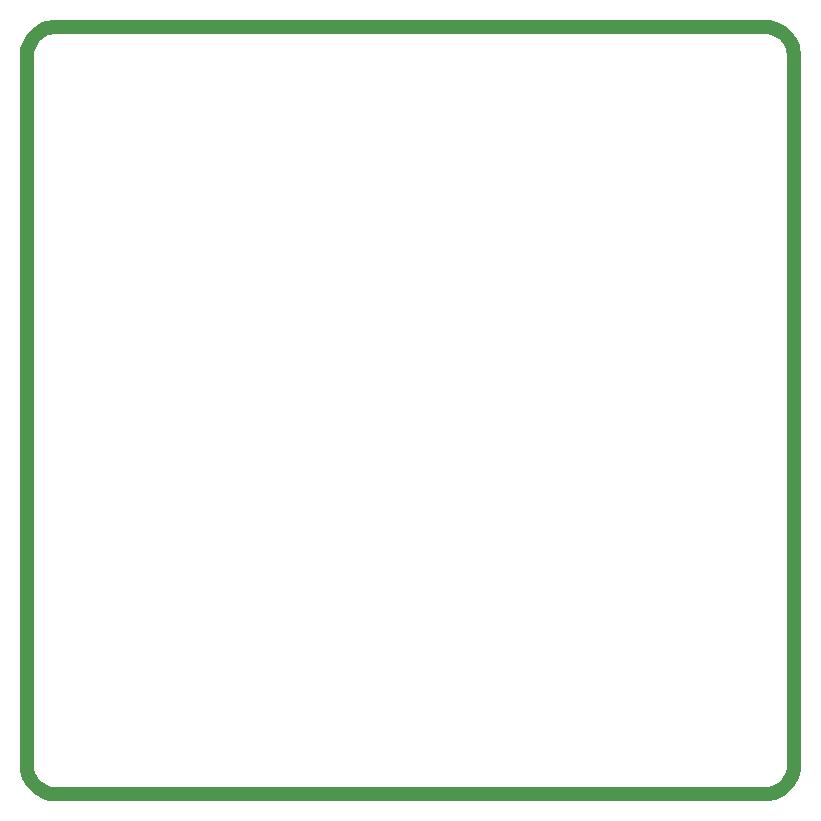
<source format=gko>
%FSLAX23Y23*%
%MOIN*%
%SFA1B1*%

%IPPOS*%
%ADD65C,0.047240*%
%LNbms-1*%
%LPD*%
G54D65*
X0Y100D02*
D01*
X0Y93*
X0Y86*
X2Y79*
X3Y72*
X6Y65*
X8Y59*
X11Y53*
X15Y47*
X19Y41*
X23Y35*
X28Y30*
X33Y25*
X38Y21*
X44Y17*
X50Y13*
X56Y10*
X62Y7*
X69Y4*
X75Y2*
X82Y1*
X89Y0*
X96Y0*
X100Y0*
X2459D02*
D01*
X2466Y0*
X2472Y0*
X2479Y2*
X2486Y3*
X2493Y6*
X2499Y8*
X2505Y11*
X2512Y15*
X2517Y19*
X2523Y23*
X2528Y28*
X2533Y33*
X2537Y38*
X2541Y44*
X2545Y50*
X2548Y56*
X2551Y62*
X2554Y69*
X2556Y75*
X2557Y82*
X2558Y89*
X2558Y96*
X2559Y100*
Y2459D02*
D01*
X2558Y2466*
X2558Y2472*
X2556Y2479*
X2555Y2486*
X2553Y2493*
X2550Y2499*
X2547Y2505*
X2543Y2512*
X2539Y2517*
X2535Y2523*
X2530Y2528*
X2525Y2533*
X2520Y2537*
X2514Y2541*
X2509Y2545*
X2502Y2548*
X2496Y2551*
X2489Y2554*
X2483Y2556*
X2476Y2557*
X2469Y2558*
X2462Y2558*
X2459Y2559*
X100D02*
D01*
X93Y2558*
X86Y2558*
X79Y2556*
X72Y2555*
X65Y2553*
X59Y2550*
X53Y2547*
X47Y2543*
X41Y2539*
X35Y2535*
X30Y2530*
X25Y2525*
X21Y2520*
X17Y2514*
X13Y2509*
X10Y2502*
X7Y2496*
X4Y2489*
X2Y2483*
X1Y2476*
X0Y2469*
X0Y2462*
X0Y2459*
Y100D02*
Y2459D01*
X100Y0D02*
X2459D01*
X2559Y100D02*
Y2459D01*
X100Y2559D02*
X2459D01*
M02*
</source>
